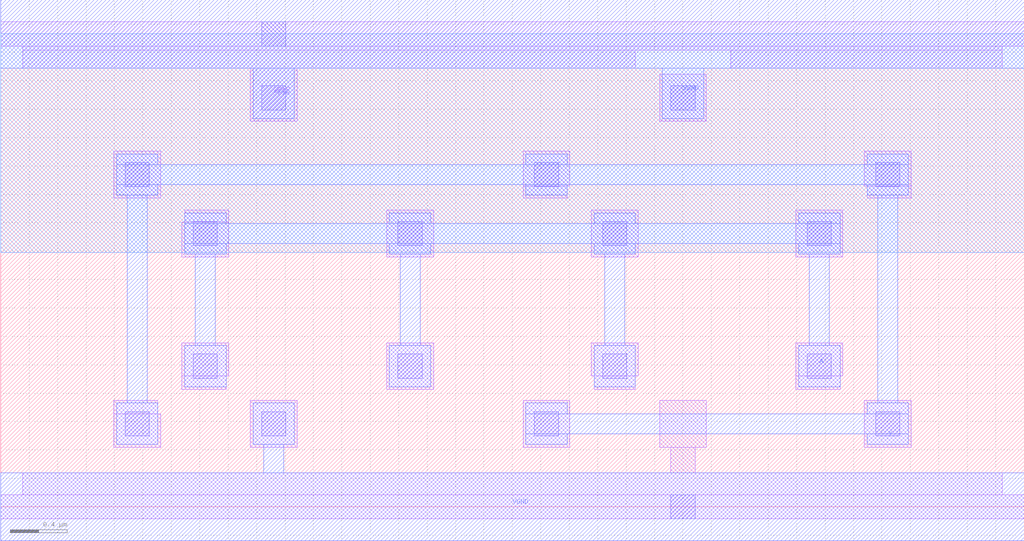
<source format=lef>
VERSION 5.7 ;
  NOWIREEXTENSIONATPIN ON ;
  DIVIDERCHAR "/" ;
  BUSBITCHARS "[]" ;
MACRO INVX8
  CLASS CORE ;
  FOREIGN INVX8 ;
  ORIGIN 0.000 0.000 ;
  SIZE 7.200 BY 3.330 ;
  SYMMETRY X Y ;
  SITE unit ;
  PIN A
    ANTENNAGATEAREA 0.756000 ;
    PORT
      LAYER met1 ;
        RECT 1.295 1.995 1.585 2.070 ;
        RECT 2.735 1.995 3.025 2.070 ;
        RECT 4.175 1.995 4.465 2.070 ;
        RECT 5.615 1.995 5.905 2.070 ;
        RECT 1.295 1.855 5.905 1.995 ;
        RECT 1.295 1.780 1.585 1.855 ;
        RECT 2.735 1.780 3.025 1.855 ;
        RECT 4.175 1.780 4.465 1.855 ;
        RECT 5.615 1.780 5.905 1.855 ;
        RECT 1.370 1.135 1.510 1.780 ;
        RECT 2.810 1.135 2.950 1.780 ;
        RECT 4.250 1.135 4.390 1.780 ;
        RECT 5.690 1.135 5.830 1.780 ;
        RECT 1.295 0.845 1.585 1.135 ;
        RECT 2.735 0.845 3.025 1.135 ;
        RECT 4.175 0.845 4.465 1.135 ;
        RECT 5.615 0.845 5.905 1.135 ;
    END
  END A
  PIN VGND
    ANTENNADIFFAREA 1.124200 ;
    PORT
      LAYER met1 ;
        RECT 1.775 0.440 2.065 0.730 ;
        RECT 1.850 0.240 1.990 0.440 ;
        RECT 0.000 -0.240 7.200 0.240 ;
    END
    PORT
      LAYER met1 ;
        RECT 0.000 3.090 7.200 3.570 ;
        RECT 1.775 2.735 2.065 3.090 ;
        RECT 4.655 2.735 4.945 3.090 ;
    END
  END VGND
  PIN VPWR
    ANTENNADIFFAREA 1.083600 ;
    PORT
      LAYER li1 ;
        RECT 0.000 3.245 7.200 3.415 ;
        RECT 0.155 3.215 7.045 3.245 ;
        RECT 0.155 3.090 4.465 3.215 ;
        RECT 5.135 3.090 7.045 3.215 ;
        RECT 1.755 2.715 2.085 3.090 ;
      LAYER mcon ;
        RECT 1.835 3.245 2.005 3.415 ;
        RECT 1.835 2.795 2.005 2.965 ;
    END
  END VPWR
  PIN Y
    ANTENNADIFFAREA 3.724950 ;
    PORT
      LAYER met1 ;
        RECT 0.815 2.410 1.105 2.485 ;
        RECT 3.695 2.410 3.985 2.485 ;
        RECT 6.095 2.410 6.385 2.485 ;
        RECT 0.815 2.270 6.385 2.410 ;
        RECT 0.815 2.195 1.105 2.270 ;
        RECT 3.695 2.195 3.985 2.270 ;
        RECT 6.095 2.195 6.385 2.270 ;
        RECT 0.890 0.730 1.030 2.195 ;
        RECT 6.170 0.730 6.310 2.195 ;
        RECT 0.815 0.440 1.105 0.730 ;
        RECT 3.695 0.655 3.985 0.730 ;
        RECT 6.095 0.655 6.385 0.730 ;
        RECT 3.695 0.515 6.385 0.655 ;
        RECT 3.695 0.440 3.985 0.515 ;
        RECT 6.095 0.440 6.385 0.515 ;
    END
  END Y
  OBS
      LAYER nwell ;
        RECT 0.000 1.790 7.200 3.330 ;
      LAYER li1 ;
        RECT 4.635 2.715 4.965 3.045 ;
        RECT 0.795 2.175 1.125 2.505 ;
        RECT 3.675 2.260 4.005 2.505 ;
        RECT 6.075 2.260 6.405 2.505 ;
        RECT 3.675 2.175 3.985 2.260 ;
        RECT 6.095 2.175 6.405 2.260 ;
        RECT 1.295 2.005 1.605 2.090 ;
        RECT 1.275 1.760 1.605 2.005 ;
        RECT 2.715 1.760 3.045 2.090 ;
        RECT 4.155 1.760 4.485 2.090 ;
        RECT 5.595 1.760 5.925 2.090 ;
        RECT 1.275 0.920 1.605 1.155 ;
        RECT 1.275 0.825 1.585 0.920 ;
        RECT 2.715 0.825 3.045 1.155 ;
        RECT 4.155 0.920 4.485 1.155 ;
        RECT 5.595 0.920 5.925 1.155 ;
        RECT 4.175 0.825 4.465 0.920 ;
        RECT 5.595 0.825 5.905 0.920 ;
        RECT 0.795 0.655 1.105 0.750 ;
        RECT 0.795 0.420 1.125 0.655 ;
        RECT 1.755 0.420 2.085 0.750 ;
        RECT 3.675 0.420 4.005 0.750 ;
        RECT 4.635 0.420 4.965 0.750 ;
        RECT 6.075 0.420 6.405 0.750 ;
        RECT 4.715 0.240 4.885 0.420 ;
        RECT 0.155 0.085 7.045 0.240 ;
        RECT 0.000 -0.085 7.200 0.085 ;
      LAYER mcon ;
        RECT 4.715 2.795 4.885 2.965 ;
        RECT 0.875 2.255 1.045 2.425 ;
        RECT 3.755 2.255 3.925 2.425 ;
        RECT 6.155 2.255 6.325 2.425 ;
        RECT 1.355 1.840 1.525 2.010 ;
        RECT 2.795 1.840 2.965 2.010 ;
        RECT 4.235 1.840 4.405 2.010 ;
        RECT 5.675 1.840 5.845 2.010 ;
        RECT 1.355 0.905 1.525 1.075 ;
        RECT 2.795 0.905 2.965 1.075 ;
        RECT 4.235 0.905 4.405 1.075 ;
        RECT 5.675 0.905 5.845 1.075 ;
        RECT 0.875 0.500 1.045 0.670 ;
        RECT 1.835 0.500 2.005 0.670 ;
        RECT 3.755 0.500 3.925 0.670 ;
        RECT 6.155 0.500 6.325 0.670 ;
        RECT 4.715 -0.085 4.885 0.085 ;
  END
END INVX8
END LIBRARY


</source>
